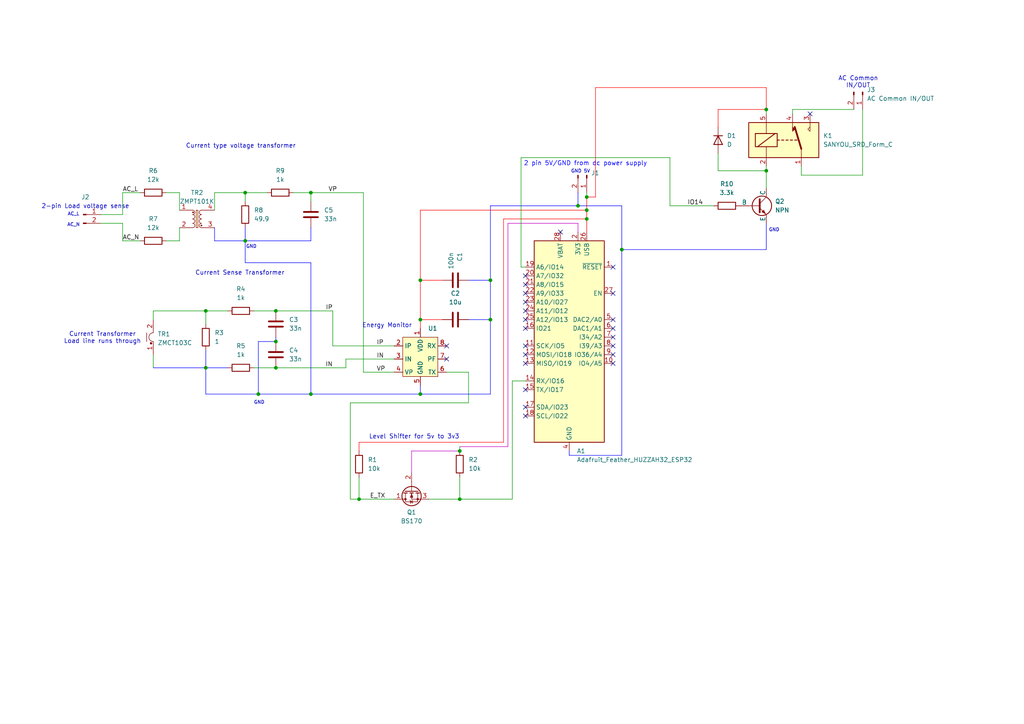
<source format=kicad_sch>
(kicad_sch (version 20231120) (generator "eeschema") (generator_version "8.0")
  (paper "A4")
  (lib_symbols
    (symbol "Connector:Conn_01x02_Pin" (pin_names (offset 1.016) hide)
      (property "Reference" "J" (at 0 2.54 0))
      (property "Value" "Conn_01x02_Pin" (at 0 -5.08 0))
      (symbol "Conn_01x02_Pin_1_1"
        (polyline (pts (xy 1.27 -2.54) (xy 0.8636 -2.54)) (stroke (width 0.1524)))
        (polyline (pts (xy 1.27 0) (xy 0.8636 0)) (stroke (width 0.1524)))
        (rectangle (start 0.8636 -2.413) (end 0 -2.667) (stroke (width 0.1524)) (fill (type outline)))
        (rectangle (start 0.8636 0.127) (end 0 -0.127) (stroke (width 0.1524)) (fill (type outline)))
        (pin passive line (at 5.08 0 180) (length 3.81) (name "Pin_1") (number "1"))
        (pin passive line (at 5.08 -2.54 180) (length 3.81) (name "Pin_2") (number "2"))
      )
    )
    (symbol "Device:C" (pin_numbers hide) (pin_names (offset 0.254))
      (property "Reference" "C" (at 0.635 2.54 0))
      (property "Value" "C" (at 0.635 -2.54 0))
      (symbol "C_0_1"
        (polyline (pts (xy -2.032 -0.762) (xy 2.032 -0.762)) (stroke (width 0.508)))
        (polyline (pts (xy -2.032 0.762) (xy 2.032 0.762)) (stroke (width 0.508)))
      )
      (symbol "C_1_1"
        (pin passive line (at 0 3.81 270) (length 2.794) (name "~") (number "1"))
        (pin passive line (at 0 -3.81 90) (length 2.794) (name "~") (number "2"))
      )
    )
    (symbol "Device:D" (pin_numbers hide) (pin_names (offset 1.016) hide)
      (property "Reference" "D" (at 0 2.54 0))
      (property "Value" "D" (at 0 -2.54 0))
      (symbol "D_0_1"
        (polyline (pts (xy -1.27 1.27) (xy -1.27 -1.27)) (stroke (width 0.254)))
        (polyline (pts (xy 1.27 0) (xy -1.27 0)))
        (polyline (pts (xy 1.27 1.27) (xy 1.27 -1.27) (xy -1.27 0) (xy 1.27 1.27)) (stroke (width 0.254)))
      )
      (symbol "D_1_1"
        (pin passive line (at -3.81 0 0) (length 2.54) (name "K") (number "1"))
        (pin passive line (at 3.81 0 180) (length 2.54) (name "A") (number "2"))
      )
    )
    (symbol "Device:R" (pin_numbers hide) (pin_names (offset 0))
      (property "Reference" "R" (at 2.032 0 90))
      (property "Value" "R" (at 0 0 90))
      (symbol "R_0_1"
        (rectangle (start -1.016 -2.54) (end 1.016 2.54) (stroke (width 0.254)))
      )
      (symbol "R_1_1"
        (pin passive line (at 0 3.81 270) (length 1.27) (name "~") (number "1"))
        (pin passive line (at 0 -3.81 90) (length 1.27) (name "~") (number "2"))
      )
    )
    (symbol "MCU_Module:Adafruit_Feather_HUZZAH32_ESP32"
      (property "Reference" "A" (at -10.16 29.21 0))
      (property "Value" "Adafruit_Feather_HUZZAH32_ESP32" (at 2.54 -31.75 0))
      (symbol "Adafruit_Feather_HUZZAH32_ESP32_0_1"
        (rectangle (start -10.16 27.94) (end 10.16 -30.48) (stroke (width 0.254)) (fill (type background)))
      )
      (symbol "Adafruit_Feather_HUZZAH32_ESP32_1_1"
        (pin input line (at 12.7 20.32 180) (length 2.54) (name "~{RESET}") (number "1"))
        (pin bidirectional line (at 12.7 -7.62 180) (length 2.54) (name "IO4/A5") (number "10"))
        (pin bidirectional line (at -12.7 -2.54 0) (length 2.54) (name "SCK/IO5") (number "11"))
        (pin bidirectional line (at -12.7 -5.08 0) (length 2.54) (name "MOSI/IO18") (number "12"))
        (pin bidirectional line (at -12.7 -7.62 0) (length 2.54) (name "MISO/IO19") (number "13"))
        (pin bidirectional line (at -12.7 -12.7 0) (length 2.54) (name "RX/IO16") (number "14"))
        (pin bidirectional line (at -12.7 -15.24 0) (length 2.54) (name "TX/IO17") (number "15"))
        (pin bidirectional line (at -12.7 2.54 0) (length 2.54) (name "IO21") (number "16"))
        (pin bidirectional line (at -12.7 -20.32 0) (length 2.54) (name "SDA/IO23") (number "17"))
        (pin bidirectional line (at -12.7 -22.86 0) (length 2.54) (name "SCL/IO22") (number "18"))
        (pin bidirectional line (at -12.7 20.32 0) (length 2.54) (name "A6/IO14") (number "19"))
        (pin power_in line (at 2.54 30.48 270) (length 2.54) (name "3V3") (number "2"))
        (pin bidirectional line (at -12.7 17.78 0) (length 2.54) (name "A7/IO32") (number "20"))
        (pin bidirectional line (at -12.7 15.24 0) (length 2.54) (name "A8/IO15") (number "21"))
        (pin bidirectional line (at -12.7 12.7 0) (length 2.54) (name "A9/IO33") (number "22"))
        (pin bidirectional line (at -12.7 10.16 0) (length 2.54) (name "A10/IO27") (number "23"))
        (pin bidirectional line (at -12.7 7.62 0) (length 2.54) (name "A11/IO12") (number "24"))
        (pin bidirectional line (at -12.7 5.08 0) (length 2.54) (name "A12/IO13") (number "25"))
        (pin power_in line (at 5.08 30.48 270) (length 2.54) (name "USB") (number "26"))
        (pin input line (at 12.7 12.7 180) (length 2.54) (name "EN") (number "27"))
        (pin power_in line (at -2.54 30.48 270) (length 2.54) (name "VBAT") (number "28"))
        (pin no_connect line (at 10.16 10.16 180) (length 2.54) hide (name "NC") (number "3"))
        (pin power_in line (at 0 -33.02 90) (length 2.54) (name "GND") (number "4"))
        (pin bidirectional line (at 12.7 5.08 180) (length 2.54) (name "DAC2/A0") (number "5"))
        (pin bidirectional line (at 12.7 2.54 180) (length 2.54) (name "DAC1/A1") (number "6"))
        (pin bidirectional line (at 12.7 0 180) (length 2.54) (name "I34/A2") (number "7"))
        (pin bidirectional line (at 12.7 -2.54 180) (length 2.54) (name "I39/A3") (number "8"))
        (pin bidirectional line (at 12.7 -5.08 180) (length 2.54) (name "IO36/A4") (number "9"))
      )
    )
    (symbol "Relay:SANYOU_SRD_Form_C"
      (property "Reference" "K" (at 11.43 3.81 0))
      (property "Value" "SANYOU_SRD_Form_C" (at 11.43 1.27 0))
      (symbol "SANYOU_SRD_Form_C_0_0"
        (polyline (pts (xy 7.62 5.08) (xy 7.62 2.54) (xy 6.985 3.175) (xy 7.62 3.81)))
      )
      (symbol "SANYOU_SRD_Form_C_0_1"
        (rectangle (start -10.16 5.08) (end 10.16 -5.08) (stroke (width 0.254)) (fill (type background)))
        (rectangle (start -8.255 1.905) (end -1.905 -1.905) (stroke (width 0.254)))
        (polyline (pts (xy -7.62 -1.905) (xy -2.54 1.905)) (stroke (width 0.254)))
        (polyline (pts (xy -5.08 -5.08) (xy -5.08 -1.905)))
        (polyline (pts (xy -5.08 5.08) (xy -5.08 1.905)))
        (polyline (pts (xy -1.905 0) (xy -1.27 0)) (stroke (width 0.254)))
        (polyline (pts (xy -0.635 0) (xy 0 0)) (stroke (width 0.254)))
        (polyline (pts (xy 0.635 0) (xy 1.27 0)) (stroke (width 0.254)))
        (polyline (pts (xy 1.905 0) (xy 2.54 0)) (stroke (width 0.254)))
        (polyline (pts (xy 3.175 0) (xy 3.81 0)) (stroke (width 0.254)))
        (polyline (pts (xy 5.08 -2.54) (xy 3.175 3.81)) (stroke (width 0.508)))
        (polyline (pts (xy 5.08 -2.54) (xy 5.08 -5.08)))
      )
      (symbol "SANYOU_SRD_Form_C_1_1"
        (polyline (pts (xy 2.54 3.81) (xy 3.175 3.175) (xy 2.54 2.54) (xy 2.54 5.08)) (fill (type outline)))
        (pin passive line (at 5.08 -7.62 90) (length 2.54) (name "~") (number "1"))
        (pin passive line (at -5.08 -7.62 90) (length 2.54) (name "~") (number "2"))
        (pin passive line (at 7.62 7.62 270) (length 2.54) (name "~") (number "3"))
        (pin passive line (at 2.54 7.62 270) (length 2.54) (name "~") (number "4"))
        (pin passive line (at -5.08 7.62 270) (length 2.54) (name "~") (number "5"))
      )
    )
    (symbol "Simulation_SPICE:NPN" (pin_numbers hide) (pin_names (offset 0))
      (property "Reference" "Q" (at -2.54 7.62 0))
      (property "Value" "NPN" (at -2.54 5.08 0))
      (symbol "NPN_0_1"
        (polyline (pts (xy -2.54 0) (xy 0.635 0)) (stroke (width 0.1524)))
        (polyline (pts (xy 0.635 0.635) (xy 2.54 2.54)))
        (polyline (pts (xy 2.794 -1.27) (xy 2.794 -1.27)) (stroke (width 0.1524)))
        (polyline (pts (xy 2.794 -1.27) (xy 2.794 -1.27)) (stroke (width 0.1524)))
        (polyline (pts (xy 0.635 -0.635) (xy 2.54 -2.54) (xy 2.54 -2.54)))
        (polyline (pts (xy 0.635 1.905) (xy 0.635 -1.905) (xy 0.635 -1.905)) (stroke (width 0.508)))
        (polyline (pts (xy 1.27 -1.778) (xy 1.778 -1.27) (xy 2.286 -2.286) (xy 1.27 -1.778) (xy 1.27 -1.778)) (fill (type outline)))
        (circle (center 1.27 0) (radius 2.8194) (stroke (width 0.254)))
      )
      (symbol "NPN_1_1"
        (pin open_collector line (at 2.54 5.08 270) (length 2.54) (name "C") (number "1"))
        (pin input line (at -5.08 0 0) (length 2.54) (name "B") (number "2"))
        (pin open_emitter line (at 2.54 -5.08 90) (length 2.54) (name "E") (number "3"))
      )
    )
    (symbol "Transformer:ZMCT103C"
      (property "Reference" "TR" (at 0 3.81 0))
      (property "Value" "ZMCT103C" (at 0 -2.54 0))
      (symbol "ZMCT103C_1_1"
        (circle (center -1.778 0.635) (radius 0.254) (fill (type outline)))
        (polyline (pts (xy -1.27 1.905) (xy 1.27 1.905)))
        (arc (start 1.27 0) (mid 0 1.2645) (end -1.27 0))
        (pin passive line (at -5.08 0 0) (length 3.81) (name "~") (number "1"))
        (pin passive line (at 5.08 0 180) (length 3.81) (name "~") (number "2"))
      )
    )
    (symbol "Transformer:ZMPT101K"
      (property "Reference" "TR" (at 0 4.445 0))
      (property "Value" "ZMPT101K" (at 0 -4.445 0))
      (symbol "ZMPT101K_0_1"
        (polyline (pts (xy -1.27 -2.54) (xy -2.54 -2.54)))
        (polyline (pts (xy -1.27 2.54) (xy -2.54 2.54)))
        (polyline (pts (xy 1.27 -2.54) (xy 2.54 -2.54)))
        (polyline (pts (xy 1.27 2.54) (xy 2.54 2.54)))
      )
      (symbol "ZMPT101K_1_1"
        (arc (start -1.27 -2.54) (mid -0.6377 -1.905) (end -1.27 -1.27))
        (arc (start -1.27 -1.27) (mid -0.6377 -0.635) (end -1.27 0))
        (arc (start -1.27 0) (mid -0.6377 0.635) (end -1.27 1.27))
        (arc (start -1.27 1.27) (mid -0.6377 1.905) (end -1.27 2.54))
        (circle (center -1.143 1.905) (radius 0.127) (stroke (width 0.254)))
        (rectangle (start -0.254 2.54) (end 0.254 -2.54) (fill (type background)))
        (circle (center 1.27 -1.905) (radius 0.127) (stroke (width 0.254)))
        (arc (start 1.27 -1.27) (mid 0.6377 -1.905) (end 1.27 -2.54))
        (arc (start 1.27 0) (mid 0.6377 -0.635) (end 1.27 -1.27))
        (arc (start 1.27 1.27) (mid 0.6377 0.635) (end 1.27 0))
        (arc (start 1.27 2.54) (mid 0.6377 1.905) (end 1.27 1.27))
        (pin passive line (at -5.08 2.54 0) (length 2.54) (name "~") (number "1"))
        (pin passive line (at -5.08 -2.54 0) (length 2.54) (name "~") (number "2"))
        (pin passive line (at 5.08 -2.54 180) (length 2.54) (name "~") (number "3"))
        (pin passive line (at 5.08 2.54 180) (length 2.54) (name "~") (number "4"))
      )
    )
    (symbol "Transistor_FET:BS170" (pin_names hide)
      (property "Reference" "Q" (at 5.08 1.905 0))
      (property "Value" "BS170" (at 5.08 0 0))
      (symbol "BS170_0_1"
        (polyline (pts (xy 0.254 0) (xy -2.54 0)))
        (polyline (pts (xy 0.254 1.905) (xy 0.254 -1.905)) (stroke (width 0.254)))
        (polyline (pts (xy 0.762 -1.27) (xy 0.762 -2.286)) (stroke (width 0.254)))
        (polyline (pts (xy 0.762 0.508) (xy 0.762 -0.508)) (stroke (width 0.254)))
        (polyline (pts (xy 0.762 2.286) (xy 0.762 1.27)) (stroke (width 0.254)))
        (polyline (pts (xy 2.54 2.54) (xy 2.54 1.778)))
        (polyline (pts (xy 2.54 -2.54) (xy 2.54 0) (xy 0.762 0)))
        (polyline (pts (xy 0.762 -1.778) (xy 3.302 -1.778) (xy 3.302 1.778) (xy 0.762 1.778)))
        (polyline (pts (xy 1.016 0) (xy 2.032 0.381) (xy 2.032 -0.381) (xy 1.016 0)) (fill (type outline)))
        (polyline (pts (xy 2.794 0.508) (xy 2.921 0.381) (xy 3.683 0.381) (xy 3.81 0.254)))
        (polyline (pts (xy 3.302 0.381) (xy 2.921 -0.254) (xy 3.683 -0.254) (xy 3.302 0.381)))
        (circle (center 1.651 0) (radius 2.794) (stroke (width 0.254)))
        (circle (center 2.54 -1.778) (radius 0.254) (fill (type outline)))
        (circle (center 2.54 1.778) (radius 0.254) (fill (type outline)))
      )
      (symbol "BS170_1_1"
        (pin passive line (at 2.54 5.08 270) (length 2.54) (name "D") (number "1"))
        (pin input line (at -5.08 0 0) (length 2.54) (name "G") (number "2"))
        (pin passive line (at 2.54 -5.08 90) (length 2.54) (name "S") (number "3"))
      )
    )
    (symbol "mains_mon:HLW8032"
      (property "Reference" "U" (at 0 0.508 0))
      (symbol "HLW8032_1_1"
        (rectangle (start -5.08 6.35) (end 5.08 -5.08) (fill (type background)))
        (pin power_in line (at 0 8.89 270) (length 2.54) (name "VDD") (number "1"))
        (pin input line (at -7.62 3.81 0) (length 2.54) (name "IP") (number "2"))
        (pin input line (at -7.62 0 0) (length 2.54) (name "IN") (number "3"))
        (pin input line (at -7.62 -3.81 0) (length 2.54) (name "VP") (number "4"))
        (pin power_in line (at 0 -7.62 90) (length 2.54) (name "GND") (number "5"))
        (pin output line (at 7.62 -3.81 180) (length 2.54) (name "TX") (number "6"))
        (pin output line (at 7.62 0 180) (length 2.54) (name "PF") (number "7"))
        (pin output line (at 7.62 3.81 180) (length 2.54) (name "RX") (number "8"))
      )
    )
  )
  (junction (at 222.25 31.75))
  (junction (at 222.25 49.53))
  (junction (at 170.18 57.15))
  (junction (at 121.92 81.28))
  (junction (at 59.69 90.17))
  (junction (at 104.14 144.78))
  (junction (at 74.93 114.3))
  (junction (at 133.35 130.81))
  (junction (at 80.01 90.17))
  (junction (at 133.35 144.78))
  (junction (at 71.12 55.88))
  (junction (at 170.18 60.96))
  (junction (at 121.92 114.3))
  (junction (at 90.17 55.88))
  (junction (at 121.92 92.71))
  (junction (at 59.69 106.68))
  (junction (at 167.64 59.69))
  (junction (at 170.18 63.5))
  (junction (at 142.24 81.28))
  (junction (at 180.34 72.39))
  (junction (at 80.01 99.06))
  (junction (at 80.01 106.68))
  (junction (at 90.17 114.3))
  (junction (at 142.24 92.71))
  (junction (at 71.12 69.85))
  (no_connect (at 177.8 77.47))
  (no_connect (at 152.4 87.63))
  (no_connect (at 152.4 120.65))
  (no_connect (at 177.8 97.79))
  (no_connect (at 152.4 113.03))
  (no_connect (at 152.4 105.41))
  (no_connect (at 152.4 95.25))
  (no_connect (at 177.8 95.25))
  (no_connect (at 152.4 118.11))
  (no_connect (at 152.4 80.01))
  (no_connect (at 177.8 85.09))
  (no_connect (at 152.4 102.87))
  (no_connect (at 152.4 82.55))
  (no_connect (at 177.8 92.71))
  (no_connect (at 152.4 100.33))
  (no_connect (at 152.4 92.71))
  (no_connect (at 162.56 67.31))
  (no_connect (at 177.8 105.41))
  (no_connect (at 234.95 33.02))
  (no_connect (at 129.54 100.33))
  (no_connect (at 152.4 90.17))
  (no_connect (at 129.54 104.14))
  (no_connect (at 152.4 85.09))
  (no_connect (at 177.8 102.87))
  (no_connect (at 177.8 100.33))
  (wire (pts (xy 96.52 100.33) (xy 96.52 90.17)))
  (wire (pts (xy 135.89 81.28) (xy 142.24 81.28)) (stroke (width 0) (color 0 0 255 1)))
  (wire (pts (xy 142.24 114.3) (xy 142.24 92.71)) (stroke (width 0) (color 0 0 255 1)))
  (wire (pts (xy 59.69 93.98) (xy 59.69 90.17)))
  (wire (pts (xy 71.12 66.04) (xy 71.12 69.85)) (stroke (width 0) (color 0 0 255 1)))
  (wire (pts (xy 142.24 59.69) (xy 167.64 59.69)) (stroke (width 0) (color 0 0 255 1)))
  (wire (pts (xy 59.69 90.17) (xy 66.04 90.17)))
  (wire (pts (xy 170.18 55.88) (xy 170.18 57.15)))
  (wire (pts (xy 170.18 63.5) (xy 170.18 67.31)) (stroke (width 0) (color 255 0 0 1)))
  (wire (pts (xy 105.41 107.95) (xy 114.3 107.95)))
  (wire (pts (xy 44.45 90.17) (xy 44.45 92.71)))
  (wire (pts (xy 194.31 59.69) (xy 194.31 45.72)))
  (wire (pts (xy 90.17 76.2) (xy 90.17 114.3)) (stroke (width 0) (color 0 0 255 1)))
  (wire (pts (xy 35.56 69.85) (xy 35.56 64.77)))
  (wire (pts (xy 119.38 130.81) (xy 133.35 130.81)) (stroke (width 0) (color 194 0 194 1)))
  (wire (pts (xy 180.34 132.08) (xy 165.1 132.08)) (stroke (width 0) (color 0 0 255 1)))
  (wire (pts (xy 59.69 90.17) (xy 44.45 90.17)))
  (wire (pts (xy 222.25 72.39) (xy 180.34 72.39)) (stroke (width 0) (color 0 0 255 1)))
  (wire (pts (xy 35.56 55.88) (xy 35.56 62.23)))
  (wire (pts (xy 180.34 59.69) (xy 180.34 72.39)) (stroke (width 0) (color 0 0 255 1)))
  (wire (pts (xy 104.14 138.43) (xy 104.14 144.78)))
  (wire (pts (xy 71.12 55.88) (xy 71.12 58.42)))
  (wire (pts (xy 66.04 106.68) (xy 59.69 106.68)) (stroke (width 0) (color 0 0 255 1)))
  (wire (pts (xy 208.28 44.45) (xy 208.28 49.53)))
  (wire (pts (xy 52.07 66.04) (xy 52.07 69.85)))
  (wire (pts (xy 194.31 45.72) (xy 151.13 45.72)))
  (wire (pts (xy 71.12 55.88) (xy 77.47 55.88)))
  (wire (pts (xy 74.93 99.06) (xy 74.93 114.3)) (stroke (width 0) (color 0 0 255 1)))
  (wire (pts (xy 194.31 59.69) (xy 207.01 59.69)))
  (wire (pts (xy 121.92 60.96) (xy 121.92 81.28)) (stroke (width 0) (color 255 0 0 1)))
  (wire (pts (xy 62.23 55.88) (xy 71.12 55.88)))
  (wire (pts (xy 222.25 31.75) (xy 222.25 25.4)) (stroke (width 0) (color 255 0 0 1)))
  (wire (pts (xy 71.12 69.85) (xy 71.12 76.2)) (stroke (width 0) (color 0 0 255 1)))
  (wire (pts (xy 172.72 25.4) (xy 172.72 57.15)) (stroke (width 0) (color 255 0 0 1)))
  (wire (pts (xy 73.66 90.17) (xy 80.01 90.17)))
  (wire (pts (xy 71.12 76.2) (xy 90.17 76.2)) (stroke (width 0) (color 0 0 255 1)))
  (wire (pts (xy 80.01 99.06) (xy 74.93 99.06)) (stroke (width 0) (color 0 0 255 1)))
  (wire (pts (xy 147.32 129.54) (xy 147.32 64.77)) (stroke (width 0) (color 194 0 194 1)))
  (wire (pts (xy 146.05 63.5) (xy 170.18 63.5)) (stroke (width 0) (color 255 0 0 1)))
  (wire (pts (xy 104.14 128.27) (xy 146.05 128.27)) (stroke (width 0) (color 255 0 0 1)))
  (wire (pts (xy 148.59 110.49) (xy 152.4 110.49)))
  (wire (pts (xy 35.56 62.23) (xy 29.21 62.23)))
  (wire (pts (xy 71.12 69.85) (xy 90.17 69.85)) (stroke (width 0) (color 0 0 255 1)))
  (wire (pts (xy 133.35 129.54) (xy 147.32 129.54)) (stroke (width 0) (color 194 0 194 1)))
  (wire (pts (xy 222.25 49.53) (xy 222.25 54.61)))
  (wire (pts (xy 100.33 106.68) (xy 100.33 104.14)))
  (wire (pts (xy 222.25 64.77) (xy 222.25 72.39)) (stroke (width 0) (color 0 0 255 1)))
  (wire (pts (xy 170.18 60.96) (xy 170.18 63.5)) (stroke (width 0) (color 255 0 0 1)))
  (wire (pts (xy 80.01 90.17) (xy 96.52 90.17)))
  (wire (pts (xy 142.24 81.28) (xy 142.24 59.69)) (stroke (width 0) (color 0 0 255 1)))
  (wire (pts (xy 121.92 111.76) (xy 121.92 114.3)) (stroke (width 0) (color 0 0 255 1)))
  (wire (pts (xy 133.35 130.81) (xy 133.35 129.54)))
  (wire (pts (xy 119.38 137.16) (xy 119.38 130.81)) (stroke (width 0) (color 194 0 194 1)))
  (wire (pts (xy 121.92 60.96) (xy 170.18 60.96)) (stroke (width 0) (color 255 0 0 1)))
  (wire (pts (xy 35.56 55.88) (xy 40.64 55.88)))
  (wire (pts (xy 62.23 66.04) (xy 62.23 69.85)) (stroke (width 0) (color 0 0 255 1)))
  (wire (pts (xy 147.32 64.77) (xy 167.64 64.77)) (stroke (width 0) (color 194 0 194 1)))
  (wire (pts (xy 247.65 31.75) (xy 229.87 31.75)))
  (wire (pts (xy 90.17 55.88) (xy 90.17 58.42)))
  (wire (pts (xy 80.01 97.79) (xy 80.01 99.06)) (stroke (width 0) (color 0 0 255 1)))
  (wire (pts (xy 62.23 60.96) (xy 62.23 55.88)))
  (wire (pts (xy 59.69 114.3) (xy 74.93 114.3)) (stroke (width 0) (color 0 0 255 1)))
  (wire (pts (xy 121.92 114.3) (xy 142.24 114.3)) (stroke (width 0) (color 0 0 255 1)))
  (wire (pts (xy 104.14 130.81) (xy 104.14 128.27)) (stroke (width 0) (color 255 0 0 1)))
  (wire (pts (xy 121.92 92.71) (xy 128.27 92.71)) (stroke (width 0) (color 255 0 0 1)))
  (wire (pts (xy 80.01 106.68) (xy 100.33 106.68)))
  (wire (pts (xy 133.35 144.78) (xy 148.59 144.78)))
  (wire (pts (xy 165.1 132.08) (xy 165.1 130.81)) (stroke (width 0) (color 0 0 255 1)))
  (wire (pts (xy 129.54 107.95) (xy 135.89 107.95)))
  (wire (pts (xy 135.89 116.84) (xy 101.6 116.84)))
  (wire (pts (xy 48.26 69.85) (xy 52.07 69.85)))
  (wire (pts (xy 133.35 138.43) (xy 133.35 144.78)))
  (wire (pts (xy 100.33 104.14) (xy 114.3 104.14)))
  (wire (pts (xy 35.56 69.85) (xy 40.64 69.85)))
  (wire (pts (xy 62.23 69.85) (xy 71.12 69.85)) (stroke (width 0) (color 0 0 255 1)))
  (wire (pts (xy 222.25 48.26) (xy 222.25 49.53)))
  (wire (pts (xy 151.13 77.47) (xy 152.4 77.47)))
  (wire (pts (xy 121.92 81.28) (xy 121.92 92.71)) (stroke (width 0) (color 255 0 0 1)))
  (wire (pts (xy 59.69 101.6) (xy 59.69 106.68)) (stroke (width 0) (color 0 0 255 1)))
  (wire (pts (xy 208.28 31.75) (xy 208.28 36.83)) (stroke (width 0) (color 255 0 0 1)))
  (wire (pts (xy 29.21 64.77) (xy 35.56 64.77)))
  (wire (pts (xy 167.64 55.88) (xy 167.64 59.69)) (stroke (width 0) (color 0 0 255 1)))
  (wire (pts (xy 167.64 64.77) (xy 167.64 67.31)) (stroke (width 0) (color 194 0 194 1)))
  (wire (pts (xy 52.07 55.88) (xy 52.07 60.96)))
  (wire (pts (xy 44.45 102.87) (xy 44.45 106.68)))
  (wire (pts (xy 232.41 50.8) (xy 250.19 50.8)))
  (wire (pts (xy 85.09 55.88) (xy 90.17 55.88)))
  (wire (pts (xy 90.17 66.04) (xy 90.17 69.85)) (stroke (width 0) (color 0 0 255 1)))
  (wire (pts (xy 167.64 59.69) (xy 180.34 59.69)) (stroke (width 0) (color 0 0 255 1)))
  (wire (pts (xy 124.46 144.78) (xy 133.35 144.78)))
  (wire (pts (xy 222.25 25.4) (xy 172.72 25.4)) (stroke (width 0) (color 255 0 0 1)))
  (wire (pts (xy 229.87 31.75) (xy 229.87 33.02)))
  (wire (pts (xy 208.28 31.75) (xy 222.25 31.75)) (stroke (width 0) (color 255 0 0 1)))
  (wire (pts (xy 180.34 72.39) (xy 180.34 132.08)) (stroke (width 0) (color 0 0 255 1)))
  (wire (pts (xy 222.25 31.75) (xy 222.25 33.02)))
  (wire (pts (xy 90.17 114.3) (xy 121.92 114.3)) (stroke (width 0) (color 0 0 255 1)))
  (wire (pts (xy 59.69 106.68) (xy 59.69 114.3)) (stroke (width 0) (color 0 0 255 1)))
  (wire (pts (xy 170.18 57.15) (xy 170.18 60.96)) (stroke (width 0) (color 255 0 0 1)))
  (wire (pts (xy 208.28 49.53) (xy 222.25 49.53)))
  (wire (pts (xy 148.59 144.78) (xy 148.59 110.49)))
  (wire (pts (xy 104.14 144.78) (xy 114.3 144.78)))
  (wire (pts (xy 146.05 128.27) (xy 146.05 63.5)) (stroke (width 0) (color 255 0 0 1)))
  (wire (pts (xy 48.26 55.88) (xy 52.07 55.88)))
  (wire (pts (xy 121.92 92.71) (xy 121.92 95.25)) (stroke (width 0) (color 255 0 0 1)))
  (wire (pts (xy 96.52 100.33) (xy 114.3 100.33)))
  (wire (pts (xy 172.72 57.15) (xy 170.18 57.15)) (stroke (width 0) (color 255 0 0 1)))
  (wire (pts (xy 73.66 106.68) (xy 80.01 106.68)))
  (wire (pts (xy 250.19 50.8) (xy 250.19 31.75)))
  (wire (pts (xy 135.89 92.71) (xy 142.24 92.71)) (stroke (width 0) (color 0 0 255 1)))
  (wire (pts (xy 90.17 55.88) (xy 105.41 55.88)))
  (wire (pts (xy 105.41 55.88) (xy 105.41 107.95)))
  (wire (pts (xy 142.24 92.71) (xy 142.24 81.28)) (stroke (width 0) (color 0 0 255 1)))
  (wire (pts (xy 151.13 45.72) (xy 151.13 77.47)))
  (wire (pts (xy 74.93 114.3) (xy 90.17 114.3)) (stroke (width 0) (color 0 0 255 1)))
  (wire (pts (xy 44.45 106.68) (xy 59.69 106.68)) (stroke (width 0) (color 0 0 255 1)))
  (wire (pts (xy 232.41 48.26) (xy 232.41 50.8)))
  (wire (pts (xy 121.92 81.28) (xy 128.27 81.28)) (stroke (width 0) (color 255 0 0 1)))
  (wire (pts (xy 135.89 107.95) (xy 135.89 116.84)))
  (wire (pts (xy 101.6 144.78) (xy 104.14 144.78)))
  (wire (pts (xy 101.6 116.84) (xy 101.6 144.78)))
  (text "GND" (at 75.184 116.84 0) (effects (font (size 0.9652 0.9652))))
  (text "AC_L\n\nAC_N" (at 21.336 63.754 0) (effects (font (size 0.9652 0.9652))))
  (text "Level Shifter for 5v to 3v3\n" (at 120.142 126.746 0) (effects (font (size 1.27 1.27))))
  (text "GND" (at 224.536 66.802 0) (effects (font (size 0.9652 0.9652))))
  (text "AC Common\nIN/OUT" (at 248.92 23.876 0) (effects (font (size 1.27 1.27))))
  (text "GND" (at 72.898 71.628 0) (effects (font (size 0.9652 0.9652))))
  (text "Current Sense Transformer\n" (at 69.596 79.248 0) (effects (font (size 1.27 1.27))))
  (text "GND 5V" (at 168.402 49.784 0) (effects (font (size 0.9652 0.9652))))
  (text "Current type voltage transformer" (at 69.85 42.418 0) (effects (font (size 1.27 1.27))))
  (text "Energy Monitor" (at 112.268 94.488 0) (effects (font (size 1.27 1.27))))
  (text "Current Transformer\nLoad line runs through\n" (at 29.718 98.044 0) (effects (font (size 1.27 1.27))))
  (label "VP" (at 109.22 107.95 0))
  (label "AC_N" (at 35.56 69.85 0))
  (label "IP" (at 109.22 100.33 0))
  (label "IN" (at 96.52 106.68 180))
  (label "E_TX" (at 111.76 144.78 180))
  (label "IP" (at 96.52 90.17 180))
  (label "VP" (at 97.79 55.88 180))
  (label "IN" (at 109.22 104.14 0))
  (label "AC_L" (at 35.56 55.88 0))
  (label "IO14" (at 199.39 59.69 0))
  (symbol (lib_id "Device:R") (at 133.35 134.62 0) (unit 1)
    (property "Reference" "R2" (at 135.89 133.3499 0) (effects (justify left)))
    (property "Value" "10k" (at 135.89 135.8899 0) (effects (justify left)))
    (property "Footprint" "Resistor_THT:R_Axial_DIN0414_L11.9mm_D4.5mm_P5.08mm_Vertical" (effects (hide yes)))
    (property "Description" "Resistor" (effects (hide yes)))
  )
  (symbol (lib_id "Relay:SANYOU_SRD_Form_C") (at 227.33 40.64 0) (unit 1)
    (property "Reference" "K1" (at 238.76 39.3699 0) (effects (justify left)))
    (property "Value" "SANYOU_SRD_Form_C" (at 238.76 41.9099 0) (effects (justify left)))
    (property "Footprint" "Relay_THT:Relay_SPDT_SANYOU_SRD_Series_Form_C" (effects (hide yes)))
    (property "Datasheet" "https://www.azettler.com/pdfs/az943.pdf" (effects (hide yes)))
    (property "Description" "Sanyo SRD relay, Single Pole Miniature Power Relay," (effects (hide yes)))
  )
  (symbol (lib_id "Device:C") (at 80.01 93.98 0) (unit 1)
    (property "Reference" "C3" (at 83.82 92.7099 0) (effects (justify left)))
    (property "Value" "33n" (at 83.82 95.2499 0) (effects (justify left)))
    (property "Footprint" "Capacitor_SMD:C_0805_2012Metric_Pad1.18x1.45mm_HandSolder" (effects (hide yes)))
    (property "Description" "Unpolarized capacitor" (effects (hide yes)))
  )
  (symbol (lib_id "Device:R") (at 210.82 59.69 90) (unit 1)
    (property "Reference" "R10" (at 210.82 53.34 90))
    (property "Value" "3.3k" (at 210.82 55.88 90))
    (property "Footprint" "Resistor_THT:R_Axial_DIN0414_L11.9mm_D4.5mm_P5.08mm_Vertical" (effects (hide yes)))
    (property "Description" "Resistor" (effects (hide yes)))
  )
  (symbol (lib_id "Device:C") (at 80.01 102.87 0) (unit 1)
    (property "Reference" "C4" (at 83.82 101.5999 0) (effects (justify left)))
    (property "Value" "33n" (at 83.82 104.1399 0) (effects (justify left)))
    (property "Footprint" "Capacitor_SMD:C_0805_2012Metric_Pad1.18x1.45mm_HandSolder" (effects (hide yes)))
    (property "Description" "Unpolarized capacitor" (effects (hide yes)))
  )
  (symbol (lib_id "Transistor_FET:BS170") (at 119.38 142.24 90) (mirror x) (unit 1)
    (property "Reference" "Q1" (at 119.38 148.59 90))
    (property "Value" "BS170" (at 119.38 151.13 90))
    (property "Footprint" "Package_TO_SOT_THT:TO-92_Inline" (effects (hide yes)))
    (property "Datasheet" "https://www.onsemi.com/pub/Collateral/BS170-D.PDF" (effects (hide yes)))
    (property "Description" "0.5A Id, 60V Vds, N-Channel MOSFET, TO-92" (effects (hide yes)))
  )
  (symbol (lib_id "MCU_Module:Adafruit_Feather_HUZZAH32_ESP32") (at 165.1 97.79 0) (unit 1)
    (property "Reference" "A1" (at 167.2941 130.81 0) (effects (justify left)))
    (property "Value" "Adafruit_Feather_HUZZAH32_ESP32" (at 167.2941 133.35 0) (effects (justify left)))
    (property "Footprint" "Module:Adafruit_Feather" (effects (hide yes)))
    (property "Datasheet" "https://cdn-learn.adafruit.com/downloads/pdf/adafruit-huzzah32-esp32-feather.pdf" (effects (hide yes)))
    (property "Description" "Microcontroller module with ESP32 MCU" (effects (hide yes)))
  )
  (symbol (lib_id "mains_mon:HLW8032") (at 121.92 104.14 0) (unit 1)
    (property "Reference" "U1" (at 124.1141 95.25 0) (effects (justify left)))
    (property "Value" "HLW8032" (effects (hide yes)))
    (property "Footprint" "Package_SO:SSOP-8_3.9x5.05mm_P1.27mm" (effects (hide yes)))
    (property "Datasheet" "https://w2.electrodragon.com/Chip-cn-dat/HLW-dat/HLW8032-dat/HLW8032.pdf" (effects (hide yes)))
    (property "Description" "A high-percision energy monitoring IC" (effects (hide yes)))
  )
  (symbol (lib_id "Transformer:ZMPT101K") (at 57.15 63.5 0) (unit 1)
    (property "Reference" "TR2" (at 57.15 55.88 0))
    (property "Value" "ZMPT101K" (at 57.15 58.42 0))
    (property "Footprint" "Transformer_THT:Transformer_Zeming_ZMPT101K" (effects (hide yes)))
    (property "Datasheet" "https://5krorwxhmqqirik.leadongcdn.com/ZMPT101K+specification-aidikBqoKomRilSkopqmikp.pdf" (effects (hide yes)))
    (property "Description" "Qingxian Zeming Langxi Electronic ZMPT101K voltage transformer 1000:1000 2mA:2mA" (effects (hide yes)))
  )
  (symbol (lib_id "Connector:Conn_01x02_Pin") (at 24.13 62.23 0) (unit 1)
    (property "Reference" "J2" (at 24.765 57.15 0))
    (property "Value" "2-pin Load voltage sense" (at 24.765 59.69 0))
    (property "Footprint" "Connector_PinHeader_2.54mm:PinHeader_1x02_P2.54mm_Vertical" (effects (hide yes)))
    (property "Description" "Generic connector, single row, 01x02, script generated" (effects (hide yes)))
  )
  (symbol (lib_id "Device:R") (at 81.28 55.88 90) (unit 1)
    (property "Reference" "R9" (at 81.28 49.53 90))
    (property "Value" "1k" (at 81.28 52.07 90))
    (property "Footprint" "Resistor_THT:R_Axial_DIN0414_L11.9mm_D4.5mm_P5.08mm_Vertical" (effects (hide yes)))
    (property "Description" "Resistor" (effects (hide yes)))
  )
  (symbol (lib_id "Device:R") (at 59.69 97.79 0) (unit 1)
    (property "Reference" "R3" (at 62.23 96.5199 0) (effects (justify left)))
    (property "Value" "1" (at 62.23 99.0599 0) (effects (justify left)))
    (property "Footprint" "Resistor_THT:R_Axial_DIN0414_L11.9mm_D4.5mm_P5.08mm_Vertical" (effects (hide yes)))
    (property "Description" "Resistor" (effects (hide yes)))
  )
  (symbol (lib_id "Device:R") (at 104.14 134.62 0) (unit 1)
    (property "Reference" "R1" (at 106.68 133.3499 0) (effects (justify left)))
    (property "Value" "10k" (at 106.68 135.8899 0) (effects (justify left)))
    (property "Footprint" "Resistor_THT:R_Axial_DIN0414_L11.9mm_D4.5mm_P5.08mm_Vertical" (effects (hide yes)))
    (property "Description" "Resistor" (effects (hide yes)))
  )
  (symbol (lib_id "Device:R") (at 69.85 90.17 90) (unit 1)
    (property "Reference" "R4" (at 69.85 83.82 90))
    (property "Value" "1k" (at 69.85 86.36 90))
    (property "Footprint" "Resistor_THT:R_Axial_DIN0414_L11.9mm_D4.5mm_P5.08mm_Vertical" (effects (hide yes)))
    (property "Description" "Resistor" (effects (hide yes)))
  )
  (symbol (lib_id "Connector:Conn_01x02_Pin") (at 170.18 50.8 270) (unit 1)
    (property "Reference" "J1" (at 171.45 50.1649 90) (effects (justify left)))
    (property "Value" "2 pin 5V/GND from dc power supply" (at 151.892 47.244 90) (effects (justify left)))
    (property "Footprint" "Connector_PinSocket_2.54mm:PinSocket_1x02_P2.54mm_Vertical" (effects (hide yes)))
    (property "Description" "Generic connector, single row, 01x02, script generated" (effects (hide yes)))
  )
  (symbol (lib_id "Device:C") (at 132.08 81.28 270) (unit 1)
    (property "Reference" "C1" (at 133.35 73.152 0) (effects (justify left)))
    (property "Value" "100n" (at 130.81 73.152 0) (effects (justify left)))
    (property "Footprint" "Capacitor_SMD:C_0805_2012Metric_Pad1.18x1.45mm_HandSolder" (effects (hide yes)))
    (property "Description" "Unpolarized capacitor" (effects (hide yes)))
  )
  (symbol (lib_id "Device:C") (at 90.17 62.23 0) (unit 1)
    (property "Reference" "C5" (at 93.98 60.9599 0) (effects (justify left)))
    (property "Value" "33n" (at 93.98 63.4999 0) (effects (justify left)))
    (property "Footprint" "Capacitor_SMD:C_0805_2012Metric_Pad1.18x1.45mm_HandSolder" (effects (hide yes)))
    (property "Datasheet" "https://content.kemet.com/datasheets/KEM_C1090_X7R_ESD.pdf" (effects (hide yes)))
    (property "Description" "Unpolarized capacitor" (effects (hide yes)))
  )
  (symbol (lib_id "Device:R") (at 71.12 62.23 180) (unit 1)
    (property "Reference" "R8" (at 73.66 60.9599 0) (effects (justify right)))
    (property "Value" "49.9" (at 73.66 63.4999 0) (effects (justify right)))
    (property "Footprint" "Resistor_THT:R_Axial_DIN0414_L11.9mm_D4.5mm_P5.08mm_Vertical" (effects (hide yes)))
    (property "Description" "Resistor" (effects (hide yes)))
  )
  (symbol (lib_id "Device:R") (at 44.45 69.85 270) (unit 1)
    (property "Reference" "R7" (at 44.45 63.5 90))
    (property "Value" "12k" (at 44.45 66.04 90))
    (property "Footprint" "Resistor_THT:R_Axial_DIN0414_L11.9mm_D4.5mm_P5.08mm_Vertical" (effects (hide yes)))
    (property "Description" "Resistor" (effects (hide yes)))
  )
  (symbol (lib_id "Transformer:ZMCT103C") (at 44.45 97.79 90) (unit 1)
    (property "Reference" "TR1" (at 45.72 96.9009 90) (effects (justify right)))
    (property "Value" "ZMCT103C" (at 45.72 99.4409 90) (effects (justify right)))
    (property "Footprint" "Transformer_THT:Transformer_Zeming_ZMCT103C" (effects (hide yes)))
    (property "Datasheet" "https://5krorwxhmqqirik.leadongcdn.com/ZMCT103C+specification-aidirBqoKomRilSjpimnokp.pdf" (effects (hide yes)))
    (property "Description" "Qingxian Zeming Langxi Electronic ZMCT103C current transformer 1000:1 10A" (effects (hide yes)))
  )
  (symbol (lib_id "Device:R") (at 69.85 106.68 90) (unit 1)
    (property "Reference" "R5" (at 69.85 100.33 90))
    (property "Value" "1k" (at 69.85 102.87 90))
    (property "Footprint" "Resistor_THT:R_Axial_DIN0414_L11.9mm_D4.5mm_P5.08mm_Vertical" (effects (hide yes)))
    (property "Description" "Resistor" (effects (hide yes)))
  )
  (symbol (lib_id "Device:C") (at 132.08 92.71 270) (unit 1)
    (property "Reference" "C2" (at 132.08 85.09 90))
    (property "Value" "10u" (at 132.08 87.63 90))
    (property "Footprint" "Capacitor_SMD:C_0805_2012Metric_Pad1.18x1.45mm_HandSolder" (effects (hide yes)))
    (property "Description" "Unpolarized capacitor" (effects (hide yes)))
  )
  (symbol (lib_id "Connector:Conn_01x02_Pin") (at 250.19 26.67 270) (unit 1)
    (property "Reference" "J3" (at 251.46 26.0349 90) (effects (justify left)))
    (property "Value" "AC Common IN/OUT" (at 251.46 28.5749 90) (effects (justify left)))
    (property "Footprint" "Connector_PinHeader_2.54mm:PinHeader_1x02_P2.54mm_Vertical" (effects (hide yes)))
    (property "Description" "Generic connector, single row, 01x02, script generated" (effects (hide yes)))
  )
  (symbol (lib_id "Device:R") (at 44.45 55.88 90) (unit 1)
    (property "Reference" "R6" (at 44.45 49.53 90))
    (property "Value" "12k" (at 44.45 52.07 90))
    (property "Footprint" "Resistor_THT:R_Axial_DIN0414_L11.9mm_D4.5mm_P5.08mm_Vertical" (effects (hide yes)))
    (property "Description" "Resistor" (effects (hide yes)))
  )
  (symbol (lib_id "Simulation_SPICE:NPN") (at 219.71 59.69 0) (unit 1)
    (property "Reference" "Q2" (at 224.79 58.4199 0) (effects (justify left)))
    (property "Value" "NPN" (at 224.79 60.9599 0) (effects (justify left)))
    (property "Footprint" "Package_TO_SOT_THT:TO-92_Inline" (effects (hide yes)))
    (property "Datasheet" "https://ngspice.sourceforge.io/docs/ngspice-html-manual/manual.xhtml#cha_BJTs" (effects (hide yes)))
    (property "Description" "Bipolar transistor symbol for simulation only, substrate tied to the emitter" (effects (hide yes)))
    (property "Sim.Device" "NPN" (effects (hide yes)))
    (property "Sim.Type" "GUMMELPOON" (effects (hide yes)))
    (property "Sim.Pins" "1=C 2=B 3=E" (effects (hide yes)))
  )
  (symbol (lib_id "Device:D") (at 208.28 40.64 270) (unit 1)
    (property "Reference" "D1" (at 210.82 39.3699 90) (effects (justify left)))
    (property "Value" "D" (at 210.82 41.9099 90) (effects (justify left)))
    (property "Footprint" "Diode_THT:D_5W_P10.16mm_Horizontal" (effects (hide yes)))
    (property "Description" "Diode" (effects (hide yes)))
    (property "Sim.Device" "D" (effects (hide yes)))
    (property "Sim.Pins" "1=K 2=A" (effects (hide yes)))
  )
)
</source>
